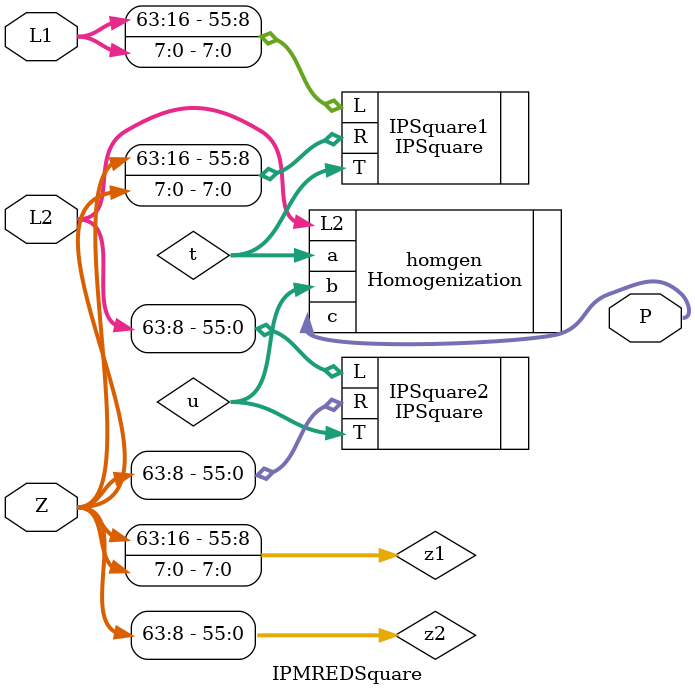
<source format=v>
/****************************************************************************
 * IPMREDMult.v
 ****************************************************************************/

/**
 * Module: IPMREDMult
 * 
 * TODO: Add module documentation
 */
module IPMREDSquare #(parameter v = 8) (
	input [v*8 - 1 : 0] Z,
	input [v*8-1:0] L1,
	input [v*8-1:0] L2,
	output [v*8 - 1 : 0] P
);

	wire [(v-1)*8 - 1 : 0] z1 = {Z[v*8 - 1:16],Z[7:0]};
	wire [(v-1)*8 - 1 : 0] z2 = {Z[v*8 - 1:8]};
	wire [(v-1)*8 - 1 : 0] t;
	wire [(v-1)*8 - 1 : 0] u;

	IPSquare #(.v(v-1)) IPSquare1 (
		.R(z1), // input [v*4 - 1 : 0] R,
		.L({L1[v*8-1:16], L1[7:0]}), // input [(v*v*4)-1 : 0] L_hat,
		.T(t) // output [v*4 - 1 : 0] T
	);

	IPSquare #(.v(v-1)) IPSquare2 (
        .R(z2), // input [v*4 - 1 : 0] R,
        .L(L2[v*8-1:8]), // input [(v*v*4)-1 : 0] L_hat,
        .T(u) // output [v*4 - 1 : 0] T
    );
	
	Homogenization #(.v(v)) homgen (
		.L2(L2), // input [v*4-1:0] L2,
		.a(t), // input [v*4 - 1: 0] a, // a = t
		.b(u), // input [v*4 - 1: 0] b, // b = u
		.c(P) // output [v*4 - 1: 0] c
	);

endmodule



</source>
